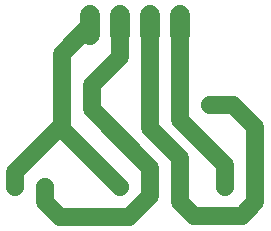
<source format=gbr>
G04 EAGLE Gerber RS-274X export*
G75*
%MOMM*%
%FSLAX34Y34*%
%LPD*%
%INBottom Copper*%
%IPPOS*%
%AMOC8*
5,1,8,0,0,1.08239X$1,22.5*%
G01*
%ADD10C,1.530000*%
%ADD11C,1.700000*%
%ADD12C,1.500000*%


D10*
X279400Y50800D03*
X254000Y50800D03*
X190500Y50800D03*
X165100Y50800D03*
X101600Y50800D03*
X76200Y50800D03*
X241300Y120650D03*
X215900Y120650D03*
X140970Y120650D03*
X115570Y120650D03*
D11*
X139700Y179460D02*
X139700Y196460D01*
X165100Y196460D02*
X165100Y179460D01*
X190500Y179460D02*
X190500Y196460D01*
X215900Y196460D02*
X215900Y179460D01*
D12*
X260350Y120650D02*
X279400Y101600D01*
X260350Y120650D02*
X241300Y120650D01*
X279400Y101600D02*
X279400Y50800D01*
X279400Y38100D01*
X267850Y26550D01*
X227450Y26550D02*
X215900Y38100D01*
X215900Y75721D02*
X190500Y101121D01*
X190500Y187960D01*
X227450Y26550D02*
X267850Y26550D01*
X215900Y38100D02*
X215900Y75721D01*
X215900Y107710D02*
X215900Y120650D01*
X215900Y107710D02*
X254000Y69610D01*
X254000Y50800D01*
X215900Y120650D02*
X215900Y187960D01*
X190500Y67310D02*
X190500Y50800D01*
X190500Y67310D02*
X140970Y116840D01*
X140970Y120650D01*
X190500Y43820D02*
X172720Y26040D01*
X113660Y26040D01*
X101600Y38100D01*
X101600Y50800D01*
X190500Y50800D02*
X190500Y43820D01*
X140970Y120650D02*
X140970Y137160D01*
X165100Y161290D01*
X165100Y187960D01*
X115570Y120650D02*
X115570Y100330D01*
X165100Y50800D01*
X115570Y100330D02*
X114300Y101600D01*
X76200Y63500D01*
X76200Y50800D01*
X115570Y120650D02*
X115570Y163830D01*
X139700Y187960D01*
M02*

</source>
